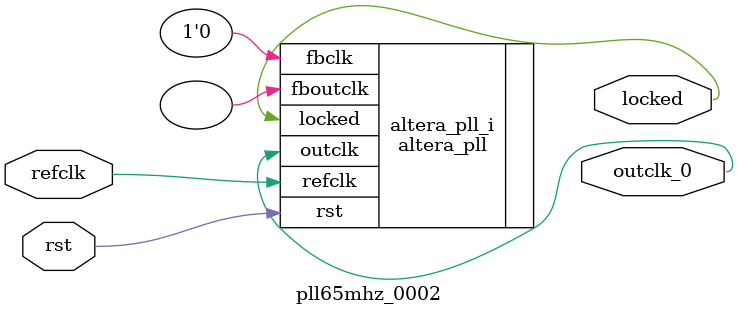
<source format=v>
`timescale 1ns/10ps
module  pll65mhz_0002(

	// interface 'refclk'
	input wire refclk,

	// interface 'reset'
	input wire rst,

	// interface 'outclk0'
	output wire outclk_0,

	// interface 'locked'
	output wire locked
);

	altera_pll #(
		.fractional_vco_multiplier("false"),
		.reference_clock_frequency("50.0 MHz"),
		.operation_mode("direct"),
		.number_of_clocks(1),
		.output_clock_frequency0("65.000000 MHz"),
		.phase_shift0("0 ps"),
		.duty_cycle0(50),
		.output_clock_frequency1("0 MHz"),
		.phase_shift1("0 ps"),
		.duty_cycle1(50),
		.output_clock_frequency2("0 MHz"),
		.phase_shift2("0 ps"),
		.duty_cycle2(50),
		.output_clock_frequency3("0 MHz"),
		.phase_shift3("0 ps"),
		.duty_cycle3(50),
		.output_clock_frequency4("0 MHz"),
		.phase_shift4("0 ps"),
		.duty_cycle4(50),
		.output_clock_frequency5("0 MHz"),
		.phase_shift5("0 ps"),
		.duty_cycle5(50),
		.output_clock_frequency6("0 MHz"),
		.phase_shift6("0 ps"),
		.duty_cycle6(50),
		.output_clock_frequency7("0 MHz"),
		.phase_shift7("0 ps"),
		.duty_cycle7(50),
		.output_clock_frequency8("0 MHz"),
		.phase_shift8("0 ps"),
		.duty_cycle8(50),
		.output_clock_frequency9("0 MHz"),
		.phase_shift9("0 ps"),
		.duty_cycle9(50),
		.output_clock_frequency10("0 MHz"),
		.phase_shift10("0 ps"),
		.duty_cycle10(50),
		.output_clock_frequency11("0 MHz"),
		.phase_shift11("0 ps"),
		.duty_cycle11(50),
		.output_clock_frequency12("0 MHz"),
		.phase_shift12("0 ps"),
		.duty_cycle12(50),
		.output_clock_frequency13("0 MHz"),
		.phase_shift13("0 ps"),
		.duty_cycle13(50),
		.output_clock_frequency14("0 MHz"),
		.phase_shift14("0 ps"),
		.duty_cycle14(50),
		.output_clock_frequency15("0 MHz"),
		.phase_shift15("0 ps"),
		.duty_cycle15(50),
		.output_clock_frequency16("0 MHz"),
		.phase_shift16("0 ps"),
		.duty_cycle16(50),
		.output_clock_frequency17("0 MHz"),
		.phase_shift17("0 ps"),
		.duty_cycle17(50),
		.pll_type("General"),
		.pll_subtype("General")
	) altera_pll_i (
		.rst	(rst),
		.outclk	({outclk_0}),
		.locked	(locked),
		.fboutclk	( ),
		.fbclk	(1'b0),
		.refclk	(refclk)
	);
endmodule


</source>
